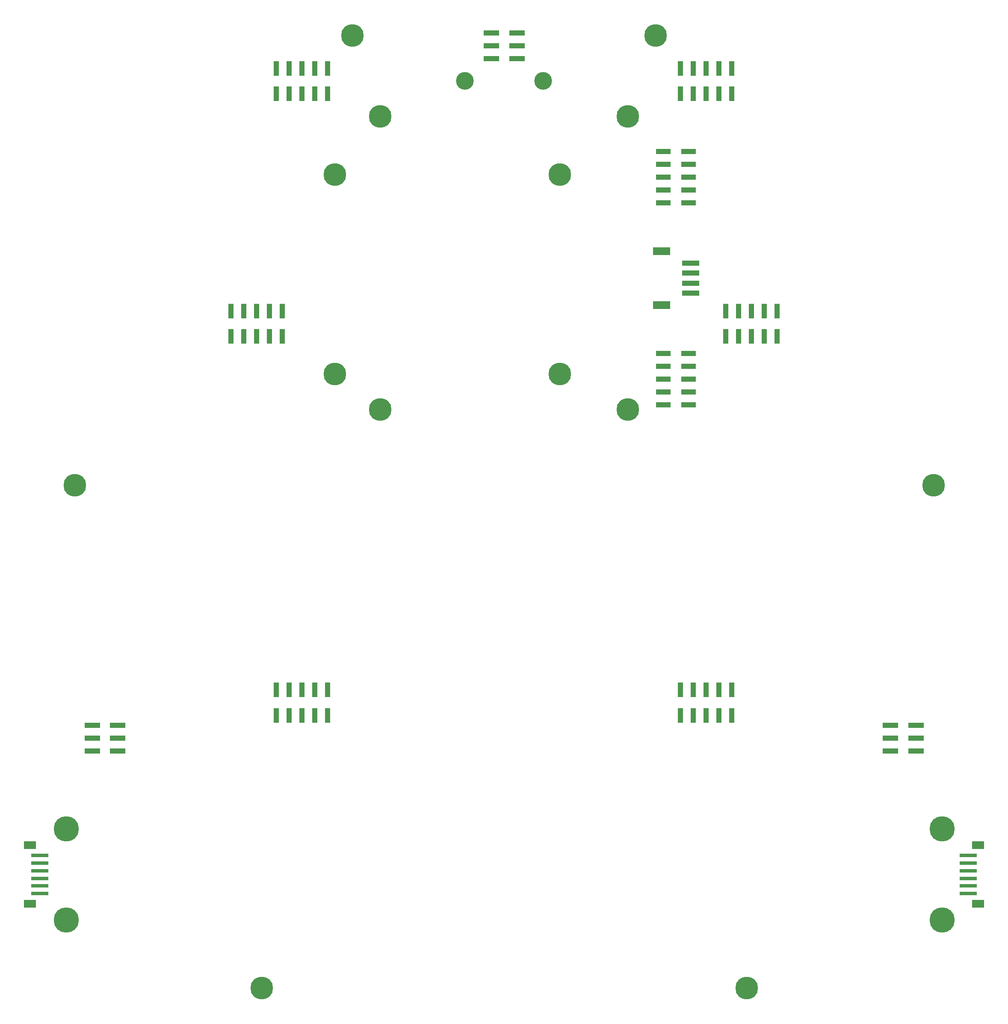
<source format=gts>
G04 #@! TF.GenerationSoftware,KiCad,Pcbnew,(6.0.7)*
G04 #@! TF.CreationDate,2022-08-02T15:10:55+01:00*
G04 #@! TF.ProjectId,NB3_body,4e42335f-626f-4647-992e-6b696361645f,0.0.2*
G04 #@! TF.SameCoordinates,PX76bb820PYd4ab5c0*
G04 #@! TF.FileFunction,Soldermask,Top*
G04 #@! TF.FilePolarity,Negative*
%FSLAX46Y46*%
G04 Gerber Fmt 4.6, Leading zero omitted, Abs format (unit mm)*
G04 Created by KiCad (PCBNEW (6.0.7)) date 2022-08-02 15:10:55*
%MOMM*%
%LPD*%
G01*
G04 APERTURE LIST*
%ADD10R,3.150000X1.000000*%
%ADD11C,5.000000*%
%ADD12C,4.500000*%
%ADD13R,1.000000X3.000000*%
%ADD14C,3.500000*%
%ADD15R,3.403600X0.711200*%
%ADD16R,2.387600X1.600200*%
%ADD17R,3.000000X1.000000*%
%ADD18R,3.505200X0.990600*%
%ADD19R,3.505200X1.600200*%
G04 APERTURE END LIST*
D10*
X-2525000Y194540000D03*
X2525000Y194540000D03*
X-2525000Y192000000D03*
X2525000Y192000000D03*
X-2525000Y189460000D03*
X2525000Y189460000D03*
X81525000Y52460000D03*
X76475000Y52460000D03*
X81525000Y55000000D03*
X76475000Y55000000D03*
X81525000Y57540000D03*
X76475000Y57540000D03*
D11*
X-86700000Y37000000D03*
D12*
X-24500000Y178000000D03*
X-24500000Y120000000D03*
D13*
X-45080000Y187520000D03*
X-45080000Y182480000D03*
X-42540000Y187520000D03*
X-42540000Y182480000D03*
X-40000000Y187520000D03*
X-40000000Y182480000D03*
X-37460000Y187520000D03*
X-37460000Y182480000D03*
X-34920000Y187520000D03*
X-34920000Y182480000D03*
D12*
X-85000000Y105000000D03*
D11*
X-86700000Y19000000D03*
D13*
X34920000Y187520000D03*
X34920000Y182480000D03*
X37460000Y187520000D03*
X37460000Y182480000D03*
X40000000Y187520000D03*
X40000000Y182480000D03*
X42540000Y187520000D03*
X42540000Y182480000D03*
X45080000Y187520000D03*
X45080000Y182480000D03*
D12*
X24500000Y178000000D03*
D13*
X43920000Y139520000D03*
X43920000Y134480000D03*
X46460000Y139520000D03*
X46460000Y134480000D03*
X49000000Y139520000D03*
X49000000Y134480000D03*
X51540000Y139520000D03*
X51540000Y134480000D03*
X54080000Y139520000D03*
X54080000Y134480000D03*
D12*
X24500000Y120000000D03*
X11000000Y166500000D03*
D14*
X-7750000Y185000000D03*
D12*
X-30000000Y194000000D03*
X-33500000Y127000000D03*
X11000000Y127000000D03*
D11*
X86700000Y37000000D03*
D12*
X-33500000Y166500000D03*
X48000000Y5500000D03*
D15*
X91903500Y31750000D03*
X91903500Y30250001D03*
X91903500Y28750001D03*
X91903500Y27249999D03*
X91903500Y25749999D03*
X91903500Y24250000D03*
D16*
X93853501Y33800001D03*
X93853501Y22199999D03*
D12*
X85000000Y105000000D03*
X-48000000Y5500000D03*
D17*
X36520000Y131080000D03*
X31480000Y131080000D03*
X36520000Y128540000D03*
X31480000Y128540000D03*
X36520000Y126000000D03*
X31480000Y126000000D03*
X36520000Y123460000D03*
X31480000Y123460000D03*
X36520000Y120920000D03*
X31480000Y120920000D03*
D13*
X-54080000Y139520000D03*
X-54080000Y134480000D03*
X-51540000Y139520000D03*
X-51540000Y134480000D03*
X-49000000Y139520000D03*
X-49000000Y134480000D03*
X-46460000Y139520000D03*
X-46460000Y134480000D03*
X-43920000Y139520000D03*
X-43920000Y134480000D03*
X-45080000Y64520000D03*
X-45080000Y59480000D03*
X-42540000Y64520000D03*
X-42540000Y59480000D03*
X-40000000Y64520000D03*
X-40000000Y59480000D03*
X-37460000Y64520000D03*
X-37460000Y59480000D03*
X-34920000Y64520000D03*
X-34920000Y59480000D03*
D15*
X-91903500Y24250000D03*
X-91903500Y25749999D03*
X-91903500Y27249999D03*
X-91903500Y28750001D03*
X-91903500Y30250001D03*
X-91903500Y31750000D03*
D16*
X-93853501Y22199999D03*
X-93853501Y33800001D03*
D12*
X30000000Y194000000D03*
D14*
X7750000Y185000000D03*
D11*
X86700000Y19000000D03*
D18*
X36944701Y149000000D03*
X36944701Y147000002D03*
X36944701Y145000001D03*
X36944701Y143000002D03*
D19*
X31194699Y140650002D03*
X31194699Y151350001D03*
D17*
X36520000Y171080000D03*
X31480000Y171080000D03*
X36520000Y168540000D03*
X31480000Y168540000D03*
X36520000Y166000000D03*
X31480000Y166000000D03*
X36520000Y163460000D03*
X31480000Y163460000D03*
X36520000Y160920000D03*
X31480000Y160920000D03*
D10*
X-81525000Y57540000D03*
X-76475000Y57540000D03*
X-81525000Y55000000D03*
X-76475000Y55000000D03*
X-81525000Y52460000D03*
X-76475000Y52460000D03*
D13*
X34920000Y64520000D03*
X34920000Y59480000D03*
X37460000Y64520000D03*
X37460000Y59480000D03*
X40000000Y64520000D03*
X40000000Y59480000D03*
X42540000Y64520000D03*
X42540000Y59480000D03*
X45080000Y64520000D03*
X45080000Y59480000D03*
M02*

</source>
